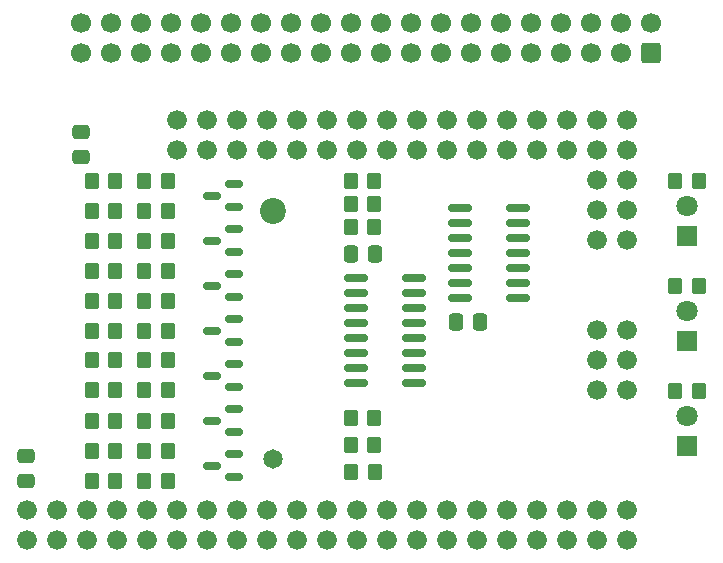
<source format=gbr>
%TF.GenerationSoftware,KiCad,Pcbnew,(6.0.11)*%
%TF.CreationDate,2023-11-12T17:34:14-06:00*%
%TF.ProjectId,rx02-mega2560-pro,72783032-2d6d-4656-9761-323536302d70,rev?*%
%TF.SameCoordinates,Original*%
%TF.FileFunction,Soldermask,Top*%
%TF.FilePolarity,Negative*%
%FSLAX46Y46*%
G04 Gerber Fmt 4.6, Leading zero omitted, Abs format (unit mm)*
G04 Created by KiCad (PCBNEW (6.0.11)) date 2023-11-12 17:34:14*
%MOMM*%
%LPD*%
G01*
G04 APERTURE LIST*
G04 Aperture macros list*
%AMRoundRect*
0 Rectangle with rounded corners*
0 $1 Rounding radius*
0 $2 $3 $4 $5 $6 $7 $8 $9 X,Y pos of 4 corners*
0 Add a 4 corners polygon primitive as box body*
4,1,4,$2,$3,$4,$5,$6,$7,$8,$9,$2,$3,0*
0 Add four circle primitives for the rounded corners*
1,1,$1+$1,$2,$3*
1,1,$1+$1,$4,$5*
1,1,$1+$1,$6,$7*
1,1,$1+$1,$8,$9*
0 Add four rect primitives between the rounded corners*
20,1,$1+$1,$2,$3,$4,$5,0*
20,1,$1+$1,$4,$5,$6,$7,0*
20,1,$1+$1,$6,$7,$8,$9,0*
20,1,$1+$1,$8,$9,$2,$3,0*%
G04 Aperture macros list end*
%ADD10RoundRect,0.250000X0.475000X-0.337500X0.475000X0.337500X-0.475000X0.337500X-0.475000X-0.337500X0*%
%ADD11RoundRect,0.250000X-0.350000X-0.450000X0.350000X-0.450000X0.350000X0.450000X-0.350000X0.450000X0*%
%ADD12RoundRect,0.250000X0.350000X0.450000X-0.350000X0.450000X-0.350000X-0.450000X0.350000X-0.450000X0*%
%ADD13RoundRect,0.150000X0.587500X0.150000X-0.587500X0.150000X-0.587500X-0.150000X0.587500X-0.150000X0*%
%ADD14RoundRect,0.150000X-0.825000X-0.150000X0.825000X-0.150000X0.825000X0.150000X-0.825000X0.150000X0*%
%ADD15C,1.676400*%
%ADD16RoundRect,0.150000X0.825000X0.150000X-0.825000X0.150000X-0.825000X-0.150000X0.825000X-0.150000X0*%
%ADD17RoundRect,0.250000X-0.337500X-0.475000X0.337500X-0.475000X0.337500X0.475000X-0.337500X0.475000X0*%
%ADD18R,1.800000X1.800000*%
%ADD19C,1.800000*%
%ADD20C,1.650000*%
%ADD21C,2.200000*%
%ADD22RoundRect,0.250000X0.600000X-0.600000X0.600000X0.600000X-0.600000X0.600000X-0.600000X-0.600000X0*%
%ADD23C,1.700000*%
G04 APERTURE END LIST*
D10*
%TO.C,C4*%
X118110000Y-76729500D03*
X118110000Y-74654500D03*
%TD*%
D11*
%TO.C,R11*%
X119015000Y-91440000D03*
X121015000Y-91440000D03*
%TD*%
%TO.C,R13*%
X119015000Y-93971480D03*
X121015000Y-93971480D03*
%TD*%
D12*
%TO.C,R28*%
X142960600Y-82702400D03*
X140960600Y-82702400D03*
%TD*%
D11*
%TO.C,R21*%
X119015000Y-104140000D03*
X121015000Y-104140000D03*
%TD*%
%TO.C,R6*%
X119015000Y-83820000D03*
X121015000Y-83820000D03*
%TD*%
%TO.C,R17*%
X119015000Y-99060000D03*
X121015000Y-99060000D03*
%TD*%
D13*
%TO.C,Q1*%
X131112500Y-84770000D03*
X131112500Y-82870000D03*
X129237500Y-83820000D03*
%TD*%
%TO.C,Q5*%
X131112500Y-92390000D03*
X131112500Y-90490000D03*
X129237500Y-91440000D03*
%TD*%
D11*
%TO.C,R5*%
X123460000Y-81280000D03*
X125460000Y-81280000D03*
%TD*%
%TO.C,R15*%
X119015000Y-96511480D03*
X121015000Y-96511480D03*
%TD*%
D14*
%TO.C,U2*%
X141390600Y-86969600D03*
X141390600Y-88239600D03*
X141390600Y-89509600D03*
X141390600Y-90779600D03*
X141390600Y-92049600D03*
X141390600Y-93319600D03*
X141390600Y-94589600D03*
X141390600Y-95859600D03*
X146340600Y-95859600D03*
X146340600Y-94589600D03*
X146340600Y-93319600D03*
X146340600Y-92049600D03*
X146340600Y-90779600D03*
X146340600Y-89509600D03*
X146340600Y-88239600D03*
X146340600Y-86969600D03*
%TD*%
D12*
%TO.C,R26*%
X170418000Y-96520000D03*
X168418000Y-96520000D03*
%TD*%
D11*
%TO.C,R12*%
X123460000Y-91440000D03*
X125460000Y-91440000D03*
%TD*%
%TO.C,R14*%
X123460000Y-93971480D03*
X125460000Y-93971480D03*
%TD*%
D10*
%TO.C,C5*%
X113461800Y-104136100D03*
X113461800Y-102061100D03*
%TD*%
D15*
%TO.C,U3*%
X121181480Y-109144918D03*
X121181480Y-106604918D03*
X118641480Y-109144918D03*
X118641480Y-106604918D03*
X164361480Y-91364918D03*
X126261480Y-73584918D03*
X126261480Y-76124918D03*
X128801480Y-73584918D03*
X128801480Y-76124918D03*
X131341480Y-73584918D03*
X131341480Y-76124918D03*
X133881480Y-73584918D03*
X133881480Y-76124918D03*
X136421480Y-73584918D03*
X136421480Y-76124918D03*
X138961480Y-73584918D03*
X138961480Y-76124918D03*
X141501480Y-73584918D03*
X141501480Y-76124918D03*
X144041480Y-73584918D03*
X144041480Y-76124918D03*
X123721480Y-106604918D03*
X128801480Y-106604918D03*
X128801480Y-109144918D03*
X131341480Y-106604918D03*
X131341480Y-109144918D03*
X133881480Y-106604918D03*
X133881480Y-109144918D03*
X136421480Y-106604918D03*
X136421480Y-109144918D03*
X138961480Y-106604918D03*
X138961480Y-109144918D03*
X141501480Y-106604918D03*
X141501480Y-109144918D03*
X144041480Y-106604918D03*
X144041480Y-109144918D03*
X146581480Y-106604918D03*
X146581480Y-109144918D03*
X149121480Y-106604918D03*
X149121480Y-109144918D03*
X151661480Y-106604918D03*
X151661480Y-109144918D03*
X154201480Y-106604918D03*
X154201480Y-109144918D03*
X156741480Y-106604918D03*
X156741480Y-109144918D03*
X159281480Y-106604918D03*
X159281480Y-109144918D03*
X161821480Y-106604918D03*
X161821480Y-109144918D03*
X164361480Y-106604918D03*
X164361480Y-109144918D03*
X146581480Y-73584918D03*
X146581480Y-76124918D03*
X149121480Y-73584918D03*
X149121480Y-76124918D03*
X151661480Y-73584918D03*
X151661480Y-76124918D03*
X154201480Y-73584918D03*
X154201480Y-76124918D03*
X156741480Y-73584918D03*
X156741480Y-76124918D03*
X159281480Y-73584918D03*
X159281480Y-76124918D03*
X161821480Y-73584918D03*
X161821480Y-76124918D03*
X164361480Y-73584918D03*
X164361480Y-76124918D03*
X164361480Y-78664918D03*
X161821480Y-78664918D03*
X164361480Y-81204918D03*
X161821480Y-81204918D03*
X164361480Y-83744918D03*
X161821480Y-83744918D03*
X116101480Y-109144918D03*
X116101480Y-106604918D03*
X164361480Y-96444918D03*
X161821480Y-91364918D03*
X164361480Y-93904918D03*
X161821480Y-96444918D03*
X123721480Y-109144918D03*
X126261480Y-106604918D03*
X161821480Y-93904918D03*
X126261480Y-109144918D03*
X113561480Y-109144918D03*
X113561480Y-106604918D03*
%TD*%
D12*
%TO.C,R30*%
X142960600Y-78765400D03*
X140960600Y-78765400D03*
%TD*%
D16*
%TO.C,U1*%
X155129000Y-88646000D03*
X155129000Y-87376000D03*
X155129000Y-86106000D03*
X155129000Y-84836000D03*
X155129000Y-83566000D03*
X155129000Y-82296000D03*
X155129000Y-81026000D03*
X150179000Y-81026000D03*
X150179000Y-82296000D03*
X150179000Y-83566000D03*
X150179000Y-84836000D03*
X150179000Y-86106000D03*
X150179000Y-87376000D03*
X150179000Y-88646000D03*
%TD*%
D11*
%TO.C,R23*%
X123460000Y-88900000D03*
X125460000Y-88900000D03*
%TD*%
%TO.C,R16*%
X123460000Y-96511480D03*
X125460000Y-96511480D03*
%TD*%
D12*
%TO.C,R24*%
X170418000Y-78740000D03*
X168418000Y-78740000D03*
%TD*%
D11*
%TO.C,R9*%
X123460000Y-86360000D03*
X125460000Y-86360000D03*
%TD*%
%TO.C,R3*%
X123460000Y-78740000D03*
X125460000Y-78740000D03*
%TD*%
%TO.C,R19*%
X119015000Y-101600000D03*
X121015000Y-101600000D03*
%TD*%
D13*
%TO.C,Q4*%
X131112500Y-96200000D03*
X131112500Y-94300000D03*
X129237500Y-95250000D03*
%TD*%
%TO.C,Q6*%
X131112500Y-100010000D03*
X131112500Y-98110000D03*
X129237500Y-99060000D03*
%TD*%
%TO.C,Q3*%
X131112500Y-88580000D03*
X131112500Y-86680000D03*
X129237500Y-87630000D03*
%TD*%
D17*
%TO.C,C6*%
X140948500Y-84934000D03*
X143023500Y-84934000D03*
%TD*%
D11*
%TO.C,R10*%
X119015000Y-88900000D03*
X121015000Y-88900000D03*
%TD*%
%TO.C,R22*%
X123460000Y-104140000D03*
X125460000Y-104140000D03*
%TD*%
%TO.C,R2*%
X119015000Y-78740000D03*
X121015000Y-78740000D03*
%TD*%
D12*
%TO.C,R31*%
X142986000Y-103403400D03*
X140986000Y-103403400D03*
%TD*%
D11*
%TO.C,R18*%
X123460000Y-99060000D03*
X125460000Y-99060000D03*
%TD*%
D12*
%TO.C,R25*%
X170418000Y-87630000D03*
X168418000Y-87630000D03*
%TD*%
%TO.C,R27*%
X142960600Y-80746600D03*
X140960600Y-80746600D03*
%TD*%
%TO.C,R29*%
X142960600Y-101092000D03*
X140960600Y-101092000D03*
%TD*%
D17*
%TO.C,C3*%
X149838500Y-90678000D03*
X151913500Y-90678000D03*
%TD*%
D11*
%TO.C,R4*%
X119015000Y-81280000D03*
X121015000Y-81280000D03*
%TD*%
%TO.C,R20*%
X123460000Y-101600000D03*
X125460000Y-101600000D03*
%TD*%
D13*
%TO.C,Q7*%
X131112500Y-103820000D03*
X131112500Y-101920000D03*
X129237500Y-102870000D03*
%TD*%
D12*
%TO.C,R1*%
X142970000Y-98806000D03*
X140970000Y-98806000D03*
%TD*%
D13*
%TO.C,Q2*%
X131112500Y-80960000D03*
X131112500Y-79060000D03*
X129237500Y-80010000D03*
%TD*%
D11*
%TO.C,R8*%
X119015000Y-86360000D03*
X121015000Y-86360000D03*
%TD*%
%TO.C,R7*%
X123460000Y-83820000D03*
X125460000Y-83820000D03*
%TD*%
D18*
%TO.C,D3*%
X169418000Y-101224000D03*
D19*
X169418000Y-98684000D03*
%TD*%
D18*
%TO.C,D2*%
X169418000Y-92334000D03*
D19*
X169418000Y-89794000D03*
%TD*%
D18*
%TO.C,D1*%
X169423000Y-83444000D03*
D19*
X169423000Y-80904000D03*
%TD*%
D20*
%TO.C,J2*%
X134391168Y-102305000D03*
D21*
X134391168Y-81305000D03*
%TD*%
D22*
%TO.C,J1*%
X166370000Y-67945000D03*
D23*
X166370000Y-65405000D03*
X163830000Y-67945000D03*
X163830000Y-65405000D03*
X161290000Y-67945000D03*
X161290000Y-65405000D03*
X158750000Y-67945000D03*
X158750000Y-65405000D03*
X156210000Y-67945000D03*
X156210000Y-65405000D03*
X153670000Y-67945000D03*
X153670000Y-65405000D03*
X151130000Y-67945000D03*
X151130000Y-65405000D03*
X148590000Y-67945000D03*
X148590000Y-65405000D03*
X146050000Y-67945000D03*
X146050000Y-65405000D03*
X143510000Y-67945000D03*
X143510000Y-65405000D03*
X140970000Y-67945000D03*
X140970000Y-65405000D03*
X138430000Y-67945000D03*
X138430000Y-65405000D03*
X135890000Y-67945000D03*
X135890000Y-65405000D03*
X133350000Y-67945000D03*
X133350000Y-65405000D03*
X130810000Y-67945000D03*
X130810000Y-65405000D03*
X128270000Y-67945000D03*
X128270000Y-65405000D03*
X125730000Y-67945000D03*
X125730000Y-65405000D03*
X123190000Y-67945000D03*
X123190000Y-65405000D03*
X120650000Y-67945000D03*
X120650000Y-65405000D03*
X118110000Y-67945000D03*
X118110000Y-65405000D03*
%TD*%
M02*

</source>
